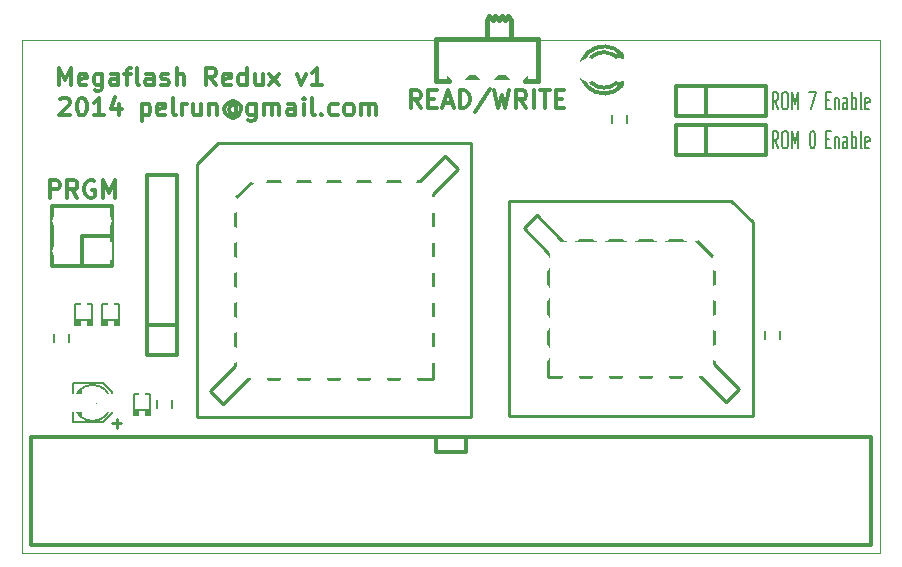
<source format=gto>
G04 (created by PCBNEW (2013-07-20 BZR 4243)-testing) date 22/04/2014 10:38:31 PM*
%MOIN*%
G04 Gerber Fmt 3.4, Leading zero omitted, Abs format*
%FSLAX34Y34*%
G01*
G70*
G90*
G04 APERTURE LIST*
%ADD10C,0.005906*%
%ADD11C,0.009843*%
%ADD12C,0.003937*%
%ADD13C,0.011811*%
%ADD14C,0.007874*%
%ADD15C,0.005000*%
%ADD16C,0.012000*%
%ADD17C,0.011800*%
%ADD18C,0.010000*%
%ADD19C,0.015000*%
%ADD20R,0.086600X0.063000*%
%ADD21R,0.060000X0.078700*%
%ADD22O,0.060000X0.078700*%
%ADD23R,0.059000X0.051200*%
%ADD24C,0.066900*%
%ADD25R,0.023600X0.039400*%
%ADD26C,0.078700*%
%ADD27R,0.060000X0.086600*%
%ADD28O,0.060000X0.086600*%
%ADD29R,0.078700X0.060000*%
%ADD30O,0.078700X0.060000*%
%ADD31R,0.086600X0.060000*%
%ADD32O,0.086600X0.060000*%
G04 APERTURE END LIST*
G54D10*
G54D11*
X3000Y-12778D02*
X3299Y-12778D01*
X3150Y-12928D02*
X3150Y-12628D01*
G54D12*
X0Y0D02*
X28600Y0D01*
X28600Y-17100D02*
X0Y-17100D01*
G54D13*
X917Y-5267D02*
X917Y-4676D01*
X1142Y-4676D01*
X1198Y-4704D01*
X1226Y-4732D01*
X1254Y-4789D01*
X1254Y-4873D01*
X1226Y-4929D01*
X1198Y-4957D01*
X1142Y-4985D01*
X917Y-4985D01*
X1845Y-5267D02*
X1648Y-4985D01*
X1507Y-5267D02*
X1507Y-4676D01*
X1732Y-4676D01*
X1789Y-4704D01*
X1817Y-4732D01*
X1845Y-4789D01*
X1845Y-4873D01*
X1817Y-4929D01*
X1789Y-4957D01*
X1732Y-4985D01*
X1507Y-4985D01*
X2407Y-4704D02*
X2351Y-4676D01*
X2267Y-4676D01*
X2182Y-4704D01*
X2126Y-4760D01*
X2098Y-4817D01*
X2070Y-4929D01*
X2070Y-5014D01*
X2098Y-5126D01*
X2126Y-5182D01*
X2182Y-5239D01*
X2267Y-5267D01*
X2323Y-5267D01*
X2407Y-5239D01*
X2435Y-5210D01*
X2435Y-5014D01*
X2323Y-5014D01*
X2688Y-5267D02*
X2688Y-4676D01*
X2885Y-5098D01*
X3082Y-4676D01*
X3082Y-5267D01*
X13292Y-2267D02*
X13095Y-1985D01*
X12955Y-2267D02*
X12955Y-1676D01*
X13179Y-1676D01*
X13236Y-1704D01*
X13264Y-1732D01*
X13292Y-1789D01*
X13292Y-1873D01*
X13264Y-1929D01*
X13236Y-1957D01*
X13179Y-1985D01*
X12955Y-1985D01*
X13545Y-1957D02*
X13742Y-1957D01*
X13826Y-2267D02*
X13545Y-2267D01*
X13545Y-1676D01*
X13826Y-1676D01*
X14051Y-2098D02*
X14332Y-2098D01*
X13995Y-2267D02*
X14192Y-1676D01*
X14389Y-2267D01*
X14586Y-2267D02*
X14586Y-1676D01*
X14726Y-1676D01*
X14811Y-1704D01*
X14867Y-1760D01*
X14895Y-1817D01*
X14923Y-1929D01*
X14923Y-2014D01*
X14895Y-2126D01*
X14867Y-2182D01*
X14811Y-2239D01*
X14726Y-2267D01*
X14586Y-2267D01*
X15598Y-1648D02*
X15092Y-2407D01*
X15739Y-1676D02*
X15879Y-2267D01*
X15992Y-1845D01*
X16104Y-2267D01*
X16245Y-1676D01*
X16807Y-2267D02*
X16610Y-1985D01*
X16470Y-2267D02*
X16470Y-1676D01*
X16695Y-1676D01*
X16751Y-1704D01*
X16779Y-1732D01*
X16807Y-1789D01*
X16807Y-1873D01*
X16779Y-1929D01*
X16751Y-1957D01*
X16695Y-1985D01*
X16470Y-1985D01*
X17060Y-2267D02*
X17060Y-1676D01*
X17257Y-1676D02*
X17595Y-1676D01*
X17426Y-2267D02*
X17426Y-1676D01*
X17791Y-1957D02*
X17988Y-1957D01*
X18073Y-2267D02*
X17791Y-2267D01*
X17791Y-1676D01*
X18073Y-1676D01*
G54D14*
X25204Y-3617D02*
X25099Y-3335D01*
X25024Y-3617D02*
X25024Y-3026D01*
X25144Y-3026D01*
X25174Y-3054D01*
X25189Y-3082D01*
X25204Y-3139D01*
X25204Y-3223D01*
X25189Y-3279D01*
X25174Y-3307D01*
X25144Y-3335D01*
X25024Y-3335D01*
X25399Y-3026D02*
X25459Y-3026D01*
X25489Y-3054D01*
X25519Y-3110D01*
X25534Y-3223D01*
X25534Y-3420D01*
X25519Y-3532D01*
X25489Y-3589D01*
X25459Y-3617D01*
X25399Y-3617D01*
X25369Y-3589D01*
X25339Y-3532D01*
X25324Y-3420D01*
X25324Y-3223D01*
X25339Y-3110D01*
X25369Y-3054D01*
X25399Y-3026D01*
X25669Y-3617D02*
X25669Y-3026D01*
X25774Y-3448D01*
X25879Y-3026D01*
X25879Y-3617D01*
X26329Y-3026D02*
X26359Y-3026D01*
X26389Y-3054D01*
X26404Y-3082D01*
X26419Y-3139D01*
X26434Y-3251D01*
X26434Y-3392D01*
X26419Y-3504D01*
X26404Y-3560D01*
X26389Y-3589D01*
X26359Y-3617D01*
X26329Y-3617D01*
X26299Y-3589D01*
X26284Y-3560D01*
X26269Y-3504D01*
X26254Y-3392D01*
X26254Y-3251D01*
X26269Y-3139D01*
X26284Y-3082D01*
X26299Y-3054D01*
X26329Y-3026D01*
X26809Y-3307D02*
X26914Y-3307D01*
X26959Y-3617D02*
X26809Y-3617D01*
X26809Y-3026D01*
X26959Y-3026D01*
X27094Y-3223D02*
X27094Y-3617D01*
X27094Y-3279D02*
X27109Y-3251D01*
X27139Y-3223D01*
X27184Y-3223D01*
X27214Y-3251D01*
X27229Y-3307D01*
X27229Y-3617D01*
X27514Y-3617D02*
X27514Y-3307D01*
X27499Y-3251D01*
X27469Y-3223D01*
X27409Y-3223D01*
X27379Y-3251D01*
X27514Y-3589D02*
X27484Y-3617D01*
X27409Y-3617D01*
X27379Y-3589D01*
X27364Y-3532D01*
X27364Y-3476D01*
X27379Y-3420D01*
X27409Y-3392D01*
X27484Y-3392D01*
X27514Y-3364D01*
X27664Y-3617D02*
X27664Y-3026D01*
X27664Y-3251D02*
X27694Y-3223D01*
X27754Y-3223D01*
X27784Y-3251D01*
X27799Y-3279D01*
X27814Y-3335D01*
X27814Y-3504D01*
X27799Y-3560D01*
X27784Y-3589D01*
X27754Y-3617D01*
X27694Y-3617D01*
X27664Y-3589D01*
X27994Y-3617D02*
X27964Y-3589D01*
X27949Y-3532D01*
X27949Y-3026D01*
X28234Y-3589D02*
X28204Y-3617D01*
X28144Y-3617D01*
X28114Y-3589D01*
X28099Y-3532D01*
X28099Y-3307D01*
X28114Y-3251D01*
X28144Y-3223D01*
X28204Y-3223D01*
X28234Y-3251D01*
X28249Y-3307D01*
X28249Y-3364D01*
X28099Y-3420D01*
X25204Y-2317D02*
X25099Y-2035D01*
X25024Y-2317D02*
X25024Y-1726D01*
X25144Y-1726D01*
X25174Y-1754D01*
X25189Y-1782D01*
X25204Y-1839D01*
X25204Y-1923D01*
X25189Y-1979D01*
X25174Y-2007D01*
X25144Y-2035D01*
X25024Y-2035D01*
X25399Y-1726D02*
X25459Y-1726D01*
X25489Y-1754D01*
X25519Y-1810D01*
X25534Y-1923D01*
X25534Y-2120D01*
X25519Y-2232D01*
X25489Y-2289D01*
X25459Y-2317D01*
X25399Y-2317D01*
X25369Y-2289D01*
X25339Y-2232D01*
X25324Y-2120D01*
X25324Y-1923D01*
X25339Y-1810D01*
X25369Y-1754D01*
X25399Y-1726D01*
X25669Y-2317D02*
X25669Y-1726D01*
X25774Y-2148D01*
X25879Y-1726D01*
X25879Y-2317D01*
X26239Y-1726D02*
X26449Y-1726D01*
X26314Y-2317D01*
X26809Y-2007D02*
X26914Y-2007D01*
X26959Y-2317D02*
X26809Y-2317D01*
X26809Y-1726D01*
X26959Y-1726D01*
X27094Y-1923D02*
X27094Y-2317D01*
X27094Y-1979D02*
X27109Y-1951D01*
X27139Y-1923D01*
X27184Y-1923D01*
X27214Y-1951D01*
X27229Y-2007D01*
X27229Y-2317D01*
X27514Y-2317D02*
X27514Y-2007D01*
X27499Y-1951D01*
X27469Y-1923D01*
X27409Y-1923D01*
X27379Y-1951D01*
X27514Y-2289D02*
X27484Y-2317D01*
X27409Y-2317D01*
X27379Y-2289D01*
X27364Y-2232D01*
X27364Y-2176D01*
X27379Y-2120D01*
X27409Y-2092D01*
X27484Y-2092D01*
X27514Y-2064D01*
X27664Y-2317D02*
X27664Y-1726D01*
X27664Y-1951D02*
X27694Y-1923D01*
X27754Y-1923D01*
X27784Y-1951D01*
X27799Y-1979D01*
X27814Y-2035D01*
X27814Y-2204D01*
X27799Y-2260D01*
X27784Y-2289D01*
X27754Y-2317D01*
X27694Y-2317D01*
X27664Y-2289D01*
X27994Y-2317D02*
X27964Y-2289D01*
X27949Y-2232D01*
X27949Y-1726D01*
X28234Y-2289D02*
X28204Y-2317D01*
X28144Y-2317D01*
X28114Y-2289D01*
X28099Y-2232D01*
X28099Y-2007D01*
X28114Y-1951D01*
X28144Y-1923D01*
X28204Y-1923D01*
X28234Y-1951D01*
X28249Y-2007D01*
X28249Y-2064D01*
X28099Y-2120D01*
G54D13*
X1263Y-1982D02*
X1291Y-1954D01*
X1347Y-1926D01*
X1488Y-1926D01*
X1544Y-1954D01*
X1572Y-1982D01*
X1600Y-2039D01*
X1600Y-2095D01*
X1572Y-2179D01*
X1235Y-2517D01*
X1600Y-2517D01*
X1966Y-1926D02*
X2022Y-1926D01*
X2078Y-1954D01*
X2106Y-1982D01*
X2134Y-2039D01*
X2163Y-2151D01*
X2163Y-2292D01*
X2134Y-2404D01*
X2106Y-2460D01*
X2078Y-2489D01*
X2022Y-2517D01*
X1966Y-2517D01*
X1909Y-2489D01*
X1881Y-2460D01*
X1853Y-2404D01*
X1825Y-2292D01*
X1825Y-2151D01*
X1853Y-2039D01*
X1881Y-1982D01*
X1909Y-1954D01*
X1966Y-1926D01*
X2725Y-2517D02*
X2388Y-2517D01*
X2556Y-2517D02*
X2556Y-1926D01*
X2500Y-2010D01*
X2444Y-2067D01*
X2388Y-2095D01*
X3231Y-2123D02*
X3231Y-2517D01*
X3091Y-1898D02*
X2950Y-2320D01*
X3316Y-2320D01*
X3990Y-2123D02*
X3990Y-2714D01*
X3990Y-2151D02*
X4047Y-2123D01*
X4159Y-2123D01*
X4215Y-2151D01*
X4244Y-2179D01*
X4272Y-2235D01*
X4272Y-2404D01*
X4244Y-2460D01*
X4215Y-2489D01*
X4159Y-2517D01*
X4047Y-2517D01*
X3990Y-2489D01*
X4750Y-2489D02*
X4693Y-2517D01*
X4581Y-2517D01*
X4525Y-2489D01*
X4497Y-2432D01*
X4497Y-2207D01*
X4525Y-2151D01*
X4581Y-2123D01*
X4693Y-2123D01*
X4750Y-2151D01*
X4778Y-2207D01*
X4778Y-2264D01*
X4497Y-2320D01*
X5115Y-2517D02*
X5059Y-2489D01*
X5031Y-2432D01*
X5031Y-1926D01*
X5340Y-2517D02*
X5340Y-2123D01*
X5340Y-2235D02*
X5368Y-2179D01*
X5397Y-2151D01*
X5453Y-2123D01*
X5509Y-2123D01*
X5959Y-2123D02*
X5959Y-2517D01*
X5706Y-2123D02*
X5706Y-2432D01*
X5734Y-2489D01*
X5790Y-2517D01*
X5875Y-2517D01*
X5931Y-2489D01*
X5959Y-2460D01*
X6240Y-2123D02*
X6240Y-2517D01*
X6240Y-2179D02*
X6268Y-2151D01*
X6325Y-2123D01*
X6409Y-2123D01*
X6465Y-2151D01*
X6493Y-2207D01*
X6493Y-2517D01*
X7140Y-2235D02*
X7112Y-2207D01*
X7056Y-2179D01*
X6999Y-2179D01*
X6943Y-2207D01*
X6915Y-2235D01*
X6887Y-2292D01*
X6887Y-2348D01*
X6915Y-2404D01*
X6943Y-2432D01*
X6999Y-2460D01*
X7056Y-2460D01*
X7112Y-2432D01*
X7140Y-2404D01*
X7140Y-2179D02*
X7140Y-2404D01*
X7168Y-2432D01*
X7196Y-2432D01*
X7253Y-2404D01*
X7281Y-2348D01*
X7281Y-2207D01*
X7224Y-2123D01*
X7140Y-2067D01*
X7028Y-2039D01*
X6915Y-2067D01*
X6831Y-2123D01*
X6774Y-2207D01*
X6746Y-2320D01*
X6774Y-2432D01*
X6831Y-2517D01*
X6915Y-2573D01*
X7028Y-2601D01*
X7140Y-2573D01*
X7224Y-2517D01*
X7787Y-2123D02*
X7787Y-2601D01*
X7759Y-2657D01*
X7731Y-2685D01*
X7674Y-2714D01*
X7590Y-2714D01*
X7534Y-2685D01*
X7787Y-2489D02*
X7731Y-2517D01*
X7618Y-2517D01*
X7562Y-2489D01*
X7534Y-2460D01*
X7506Y-2404D01*
X7506Y-2235D01*
X7534Y-2179D01*
X7562Y-2151D01*
X7618Y-2123D01*
X7731Y-2123D01*
X7787Y-2151D01*
X8068Y-2517D02*
X8068Y-2123D01*
X8068Y-2179D02*
X8096Y-2151D01*
X8152Y-2123D01*
X8237Y-2123D01*
X8293Y-2151D01*
X8321Y-2207D01*
X8321Y-2517D01*
X8321Y-2207D02*
X8349Y-2151D01*
X8406Y-2123D01*
X8490Y-2123D01*
X8546Y-2151D01*
X8574Y-2207D01*
X8574Y-2517D01*
X9109Y-2517D02*
X9109Y-2207D01*
X9080Y-2151D01*
X9024Y-2123D01*
X8912Y-2123D01*
X8855Y-2151D01*
X9109Y-2489D02*
X9052Y-2517D01*
X8912Y-2517D01*
X8855Y-2489D01*
X8827Y-2432D01*
X8827Y-2376D01*
X8855Y-2320D01*
X8912Y-2292D01*
X9052Y-2292D01*
X9109Y-2264D01*
X9390Y-2517D02*
X9390Y-2123D01*
X9390Y-1926D02*
X9362Y-1954D01*
X9390Y-1982D01*
X9418Y-1954D01*
X9390Y-1926D01*
X9390Y-1982D01*
X9755Y-2517D02*
X9699Y-2489D01*
X9671Y-2432D01*
X9671Y-1926D01*
X9980Y-2460D02*
X10008Y-2489D01*
X9980Y-2517D01*
X9952Y-2489D01*
X9980Y-2460D01*
X9980Y-2517D01*
X10515Y-2489D02*
X10458Y-2517D01*
X10346Y-2517D01*
X10290Y-2489D01*
X10262Y-2460D01*
X10233Y-2404D01*
X10233Y-2235D01*
X10262Y-2179D01*
X10290Y-2151D01*
X10346Y-2123D01*
X10458Y-2123D01*
X10515Y-2151D01*
X10852Y-2517D02*
X10796Y-2489D01*
X10768Y-2460D01*
X10740Y-2404D01*
X10740Y-2235D01*
X10768Y-2179D01*
X10796Y-2151D01*
X10852Y-2123D01*
X10936Y-2123D01*
X10993Y-2151D01*
X11021Y-2179D01*
X11049Y-2235D01*
X11049Y-2404D01*
X11021Y-2460D01*
X10993Y-2489D01*
X10936Y-2517D01*
X10852Y-2517D01*
X11302Y-2517D02*
X11302Y-2123D01*
X11302Y-2179D02*
X11330Y-2151D01*
X11386Y-2123D01*
X11471Y-2123D01*
X11527Y-2151D01*
X11555Y-2207D01*
X11555Y-2517D01*
X11555Y-2207D02*
X11583Y-2151D01*
X11639Y-2123D01*
X11724Y-2123D01*
X11780Y-2151D01*
X11808Y-2207D01*
X11808Y-2517D01*
X1241Y-1517D02*
X1241Y-926D01*
X1438Y-1348D01*
X1634Y-926D01*
X1634Y-1517D01*
X2141Y-1489D02*
X2084Y-1517D01*
X1972Y-1517D01*
X1916Y-1489D01*
X1887Y-1432D01*
X1887Y-1207D01*
X1916Y-1151D01*
X1972Y-1123D01*
X2084Y-1123D01*
X2141Y-1151D01*
X2169Y-1207D01*
X2169Y-1264D01*
X1887Y-1320D01*
X2675Y-1123D02*
X2675Y-1601D01*
X2647Y-1657D01*
X2619Y-1685D01*
X2562Y-1714D01*
X2478Y-1714D01*
X2422Y-1685D01*
X2675Y-1489D02*
X2619Y-1517D01*
X2506Y-1517D01*
X2450Y-1489D01*
X2422Y-1460D01*
X2394Y-1404D01*
X2394Y-1235D01*
X2422Y-1179D01*
X2450Y-1151D01*
X2506Y-1123D01*
X2619Y-1123D01*
X2675Y-1151D01*
X3209Y-1517D02*
X3209Y-1207D01*
X3181Y-1151D01*
X3125Y-1123D01*
X3012Y-1123D01*
X2956Y-1151D01*
X3209Y-1489D02*
X3153Y-1517D01*
X3012Y-1517D01*
X2956Y-1489D01*
X2928Y-1432D01*
X2928Y-1376D01*
X2956Y-1320D01*
X3012Y-1292D01*
X3153Y-1292D01*
X3209Y-1264D01*
X3406Y-1123D02*
X3631Y-1123D01*
X3490Y-1517D02*
X3490Y-1010D01*
X3519Y-954D01*
X3575Y-926D01*
X3631Y-926D01*
X3912Y-1517D02*
X3856Y-1489D01*
X3828Y-1432D01*
X3828Y-926D01*
X4390Y-1517D02*
X4390Y-1207D01*
X4362Y-1151D01*
X4306Y-1123D01*
X4193Y-1123D01*
X4137Y-1151D01*
X4390Y-1489D02*
X4334Y-1517D01*
X4193Y-1517D01*
X4137Y-1489D01*
X4109Y-1432D01*
X4109Y-1376D01*
X4137Y-1320D01*
X4193Y-1292D01*
X4334Y-1292D01*
X4390Y-1264D01*
X4643Y-1489D02*
X4700Y-1517D01*
X4812Y-1517D01*
X4868Y-1489D01*
X4896Y-1432D01*
X4896Y-1404D01*
X4868Y-1348D01*
X4812Y-1320D01*
X4728Y-1320D01*
X4671Y-1292D01*
X4643Y-1235D01*
X4643Y-1207D01*
X4671Y-1151D01*
X4728Y-1123D01*
X4812Y-1123D01*
X4868Y-1151D01*
X5150Y-1517D02*
X5150Y-926D01*
X5403Y-1517D02*
X5403Y-1207D01*
X5375Y-1151D01*
X5318Y-1123D01*
X5234Y-1123D01*
X5178Y-1151D01*
X5150Y-1179D01*
X6471Y-1517D02*
X6274Y-1235D01*
X6134Y-1517D02*
X6134Y-926D01*
X6359Y-926D01*
X6415Y-954D01*
X6443Y-982D01*
X6471Y-1039D01*
X6471Y-1123D01*
X6443Y-1179D01*
X6415Y-1207D01*
X6359Y-1235D01*
X6134Y-1235D01*
X6949Y-1489D02*
X6893Y-1517D01*
X6781Y-1517D01*
X6724Y-1489D01*
X6696Y-1432D01*
X6696Y-1207D01*
X6724Y-1151D01*
X6781Y-1123D01*
X6893Y-1123D01*
X6949Y-1151D01*
X6977Y-1207D01*
X6977Y-1264D01*
X6696Y-1320D01*
X7484Y-1517D02*
X7484Y-926D01*
X7484Y-1489D02*
X7427Y-1517D01*
X7315Y-1517D01*
X7259Y-1489D01*
X7231Y-1460D01*
X7202Y-1404D01*
X7202Y-1235D01*
X7231Y-1179D01*
X7259Y-1151D01*
X7315Y-1123D01*
X7427Y-1123D01*
X7484Y-1151D01*
X8018Y-1123D02*
X8018Y-1517D01*
X7765Y-1123D02*
X7765Y-1432D01*
X7793Y-1489D01*
X7849Y-1517D01*
X7934Y-1517D01*
X7990Y-1489D01*
X8018Y-1460D01*
X8243Y-1517D02*
X8552Y-1123D01*
X8243Y-1123D02*
X8552Y-1517D01*
X9171Y-1123D02*
X9312Y-1517D01*
X9452Y-1123D01*
X9986Y-1517D02*
X9649Y-1517D01*
X9818Y-1517D02*
X9818Y-926D01*
X9761Y-1010D01*
X9705Y-1067D01*
X9649Y-1095D01*
G54D12*
X0Y-17100D02*
X0Y0D01*
X28600Y0D02*
X28600Y-17100D01*
G54D15*
X1700Y-11450D02*
X1700Y-12750D01*
X1700Y-12750D02*
X2700Y-12750D01*
X2700Y-12750D02*
X3000Y-12450D01*
X3000Y-12450D02*
X3000Y-11750D01*
X3000Y-11750D02*
X2700Y-11450D01*
X2700Y-11450D02*
X1700Y-11450D01*
X1800Y-11900D02*
X1800Y-12300D01*
X1850Y-11800D02*
X1850Y-12400D01*
X1900Y-11700D02*
X1900Y-12500D01*
X1950Y-11650D02*
X1950Y-12550D01*
X2950Y-12100D02*
G75*
G03X2950Y-12100I-600J0D01*
G74*
G01*
X2800Y-12100D02*
X2500Y-12100D01*
X2650Y-11950D02*
X2650Y-12250D01*
G54D16*
X28300Y-13250D02*
X300Y-13250D01*
X300Y-16850D02*
X28300Y-16850D01*
G54D17*
X28300Y-16850D02*
X28300Y-13250D01*
X300Y-16850D02*
X300Y-13250D01*
X13800Y-13250D02*
X13800Y-13750D01*
X13800Y-13750D02*
X14800Y-13750D01*
X14800Y-13750D02*
X14800Y-13250D01*
G54D15*
X5000Y-12400D02*
X4500Y-12400D01*
X5000Y-11900D02*
X4510Y-11900D01*
X5000Y-11750D02*
X5000Y-12550D01*
X5000Y-12550D02*
X4500Y-12550D01*
X4500Y-12550D02*
X4500Y-11750D01*
X4500Y-11750D02*
X5000Y-11750D01*
X20150Y-2900D02*
X19650Y-2900D01*
X20150Y-2400D02*
X19660Y-2400D01*
X20150Y-2250D02*
X20150Y-3050D01*
X20150Y-3050D02*
X19650Y-3050D01*
X19650Y-3050D02*
X19650Y-2250D01*
X19650Y-2250D02*
X20150Y-2250D01*
G54D18*
X17544Y-11233D02*
X22623Y-11233D01*
X22465Y-6667D02*
X17977Y-6667D01*
X24355Y-12533D02*
X16245Y-12533D01*
X16245Y-5367D02*
X23646Y-5367D01*
X17544Y-11233D02*
X17544Y-7100D01*
X23056Y-7257D02*
X23056Y-10800D01*
X23055Y-7257D02*
X22465Y-6667D01*
X16245Y-5367D02*
X16245Y-12533D01*
X24355Y-12533D02*
X24355Y-6076D01*
X24356Y-6076D02*
X23647Y-5367D01*
X17545Y-7099D02*
X16719Y-6273D01*
X16719Y-6273D02*
X17152Y-5840D01*
X17150Y-5840D02*
X17976Y-6666D01*
X22623Y-11234D02*
X23449Y-12060D01*
X23450Y-12060D02*
X23883Y-11627D01*
X23881Y-11627D02*
X23055Y-10801D01*
G54D15*
X24750Y-9600D02*
X25250Y-9600D01*
X24750Y-10100D02*
X25240Y-10100D01*
X24750Y-10250D02*
X24750Y-9450D01*
X24750Y-9450D02*
X25250Y-9450D01*
X25250Y-9450D02*
X25250Y-10250D01*
X25250Y-10250D02*
X24750Y-10250D01*
X4276Y-12465D02*
X3724Y-12465D01*
X3724Y-12426D02*
X4276Y-12426D01*
X4276Y-12386D02*
X3724Y-12386D01*
X4276Y-12347D02*
X3724Y-12347D01*
X4276Y-12504D02*
X4276Y-11796D01*
X4276Y-11796D02*
X3724Y-11796D01*
X3724Y-11796D02*
X3724Y-12504D01*
X3724Y-12504D02*
X4276Y-12504D01*
G54D19*
X16012Y811D02*
X15894Y654D01*
X15894Y654D02*
X15776Y811D01*
X15776Y811D02*
X15697Y654D01*
X15697Y654D02*
X15579Y811D01*
X15579Y811D02*
X15500Y654D01*
X16287Y654D02*
X16209Y811D01*
X16209Y811D02*
X16091Y654D01*
X16091Y654D02*
X16012Y811D01*
X16287Y24D02*
X16287Y654D01*
X15500Y24D02*
X15500Y654D01*
X17193Y24D02*
X13807Y24D01*
X13807Y24D02*
X13807Y-1354D01*
X13807Y-1354D02*
X14240Y-1354D01*
X14240Y-1354D02*
X14240Y-1236D01*
X14240Y-1236D02*
X16760Y-1236D01*
X16760Y-1236D02*
X16760Y-1354D01*
X16760Y-1354D02*
X17193Y-1354D01*
X17193Y-1354D02*
X17193Y24D01*
G54D16*
X22800Y-2550D02*
X22800Y-1550D01*
X21800Y-1550D02*
X24800Y-1550D01*
X24800Y-1550D02*
X24800Y-2550D01*
X24800Y-2550D02*
X21800Y-2550D01*
X21800Y-2550D02*
X21800Y-1550D01*
X22800Y-3850D02*
X22800Y-2850D01*
X21800Y-2850D02*
X24800Y-2850D01*
X24800Y-2850D02*
X24800Y-3850D01*
X24800Y-3850D02*
X21800Y-3850D01*
X21800Y-3850D02*
X21800Y-2850D01*
G54D18*
X7093Y-10874D02*
X7093Y-5283D01*
X13707Y-5126D02*
X13707Y-11307D01*
X13707Y-11307D02*
X7526Y-11307D01*
X7683Y-4693D02*
X13274Y-4693D01*
X7093Y-5283D02*
X7683Y-4693D01*
X6542Y-3433D02*
X14967Y-3433D01*
X14967Y-12567D02*
X5833Y-12567D01*
X5833Y-12567D02*
X5833Y-4142D01*
X5833Y-4142D02*
X6542Y-3433D01*
X14967Y-3433D02*
X14967Y-12567D01*
X7525Y-11306D02*
X6699Y-12132D01*
X6700Y-12132D02*
X6267Y-11699D01*
X6266Y-11701D02*
X7092Y-10875D01*
X13707Y-5126D02*
X14533Y-4300D01*
X14534Y-4298D02*
X14101Y-3865D01*
X14100Y-3868D02*
X13274Y-4694D01*
G54D15*
X2326Y-9465D02*
X1774Y-9465D01*
X1774Y-9426D02*
X2326Y-9426D01*
X2326Y-9386D02*
X1774Y-9386D01*
X2326Y-9347D02*
X1774Y-9347D01*
X2326Y-9504D02*
X2326Y-8796D01*
X2326Y-8796D02*
X1774Y-8796D01*
X1774Y-8796D02*
X1774Y-9504D01*
X1774Y-9504D02*
X2326Y-9504D01*
X3226Y-9465D02*
X2674Y-9465D01*
X2674Y-9426D02*
X3226Y-9426D01*
X3226Y-9386D02*
X2674Y-9386D01*
X3226Y-9347D02*
X2674Y-9347D01*
X3226Y-9504D02*
X3226Y-8796D01*
X3226Y-8796D02*
X2674Y-8796D01*
X2674Y-8796D02*
X2674Y-9504D01*
X2674Y-9504D02*
X3226Y-9504D01*
G54D16*
X1000Y-7550D02*
X1000Y-5550D01*
X1000Y-5550D02*
X3000Y-5550D01*
X3000Y-5550D02*
X3000Y-7550D01*
X2000Y-7550D02*
X2000Y-6550D01*
X2000Y-6550D02*
X3000Y-6550D01*
X1000Y-7550D02*
X3000Y-7550D01*
G54D15*
X1550Y-10200D02*
X1050Y-10200D01*
X1550Y-9700D02*
X1060Y-9700D01*
X1550Y-9550D02*
X1550Y-10350D01*
X1550Y-10350D02*
X1050Y-10350D01*
X1050Y-10350D02*
X1050Y-9550D01*
X1050Y-9550D02*
X1550Y-9550D01*
G54D17*
X19994Y-484D02*
G75*
G03X18884Y-406I-594J-516D01*
G74*
G01*
X18876Y-1591D02*
G75*
G03X19991Y-1524I524J591D01*
G74*
G01*
X19400Y-213D02*
G75*
G03X18613Y-1000I0J-787D01*
G74*
G01*
X18613Y-1000D02*
G75*
G03X19400Y-1787I787J0D01*
G74*
G01*
X19912Y-1591D02*
X19912Y-409D01*
X19991Y-1512D02*
X19991Y-488D01*
X19991Y-1000D02*
G75*
G03X19991Y-1000I-591J0D01*
G74*
G01*
G54D16*
X4150Y-9500D02*
X5150Y-9500D01*
X5150Y-10500D02*
X4150Y-10500D01*
X4150Y-10500D02*
X4150Y-4500D01*
X4150Y-4500D02*
X5150Y-4500D01*
X5150Y-4500D02*
X5150Y-10500D01*
%LPC*%
G54D20*
X2941Y-12100D03*
X1759Y-12100D03*
G54D21*
X26300Y-14452D03*
G54D22*
X26300Y-15648D03*
X25300Y-14453D03*
X25300Y-15648D03*
X24300Y-14453D03*
X24300Y-15648D03*
X23300Y-14453D03*
X23300Y-15648D03*
X22300Y-14453D03*
X22300Y-15648D03*
X21300Y-14453D03*
X21300Y-15648D03*
X20300Y-14453D03*
X20300Y-15648D03*
X19300Y-14453D03*
X19300Y-15648D03*
X18300Y-14453D03*
X18300Y-15648D03*
X17300Y-14453D03*
X17300Y-15648D03*
X16300Y-14453D03*
X16300Y-15648D03*
X15300Y-14453D03*
X15300Y-15648D03*
X14300Y-14453D03*
X14300Y-15648D03*
X13300Y-14453D03*
X13300Y-15648D03*
X12300Y-14453D03*
X12300Y-15648D03*
X11300Y-14453D03*
X11300Y-15648D03*
X10300Y-14453D03*
X10300Y-15648D03*
X9300Y-14453D03*
X9300Y-15648D03*
X8300Y-14453D03*
X8300Y-15648D03*
X7300Y-14453D03*
X7300Y-15648D03*
X6300Y-14453D03*
X6300Y-15648D03*
X5300Y-14453D03*
X5300Y-15648D03*
X4300Y-14453D03*
X4300Y-15648D03*
X3300Y-14453D03*
X3300Y-15648D03*
X2300Y-14453D03*
X2300Y-15648D03*
G54D23*
X4750Y-12525D03*
X4750Y-11775D03*
X19900Y-3025D03*
X19900Y-2275D03*
G54D24*
X23300Y-8450D03*
X22300Y-9450D03*
X22300Y-8450D03*
X23300Y-7450D03*
X22300Y-6450D03*
X22300Y-7450D03*
X21300Y-6450D03*
X21300Y-7450D03*
X20300Y-6450D03*
X20300Y-7450D03*
X19300Y-6450D03*
X19300Y-7450D03*
X18300Y-6450D03*
X17300Y-7450D03*
X18300Y-7450D03*
X17300Y-8450D03*
X18300Y-8450D03*
X17300Y-9450D03*
X18300Y-9450D03*
X17300Y-10450D03*
X18300Y-11450D03*
X18300Y-10450D03*
X19300Y-11450D03*
X19300Y-10450D03*
X20300Y-11450D03*
X20300Y-10450D03*
X21300Y-11450D03*
X23300Y-9450D03*
X21300Y-10450D03*
X22300Y-11450D03*
X23300Y-10450D03*
X22300Y-10450D03*
G54D23*
X25000Y-9475D03*
X25000Y-10225D03*
G54D25*
X4000Y-12583D03*
X4000Y-11717D03*
G54D26*
X16484Y-1000D03*
X15500Y-1000D03*
X14516Y-1000D03*
G54D27*
X22300Y-2050D03*
G54D28*
X23300Y-2050D03*
X24300Y-2050D03*
G54D27*
X22300Y-3350D03*
G54D28*
X23300Y-3350D03*
X24300Y-3350D03*
G54D24*
X9900Y-4500D03*
X10900Y-5500D03*
X9900Y-5500D03*
X8900Y-4500D03*
X8900Y-5500D03*
X7900Y-4500D03*
X6900Y-5500D03*
X7900Y-5500D03*
X6900Y-6500D03*
X7900Y-6500D03*
X6900Y-7500D03*
X7900Y-7500D03*
X6900Y-8500D03*
X7900Y-8500D03*
X6900Y-9500D03*
X7900Y-9500D03*
X6900Y-10500D03*
X7900Y-11500D03*
X7900Y-10500D03*
X8900Y-11500D03*
X8900Y-10500D03*
X9900Y-11500D03*
X9900Y-10500D03*
X10900Y-11500D03*
X10900Y-10500D03*
X11900Y-11500D03*
X11900Y-10500D03*
X12900Y-9500D03*
X12900Y-11500D03*
X13900Y-10500D03*
X12900Y-10500D03*
X13900Y-9500D03*
X13900Y-8500D03*
X12900Y-8500D03*
X13900Y-7500D03*
X12900Y-7500D03*
X13900Y-6500D03*
X12900Y-6500D03*
X13900Y-5500D03*
X12900Y-4500D03*
X12900Y-5500D03*
X11900Y-4500D03*
X11900Y-5500D03*
X10900Y-4500D03*
G54D25*
X2050Y-9583D03*
X2050Y-8717D03*
X2950Y-9583D03*
X2950Y-8717D03*
G54D29*
X2598Y-7050D03*
G54D30*
X1402Y-7050D03*
X2598Y-6050D03*
X1402Y-6050D03*
G54D23*
X1300Y-10325D03*
X1300Y-9575D03*
G54D26*
X18900Y-1000D03*
X19900Y-1000D03*
G54D31*
X4650Y-10000D03*
G54D32*
X4650Y-9000D03*
X4650Y-8000D03*
X4650Y-7000D03*
X4650Y-6000D03*
X4650Y-5000D03*
M02*

</source>
